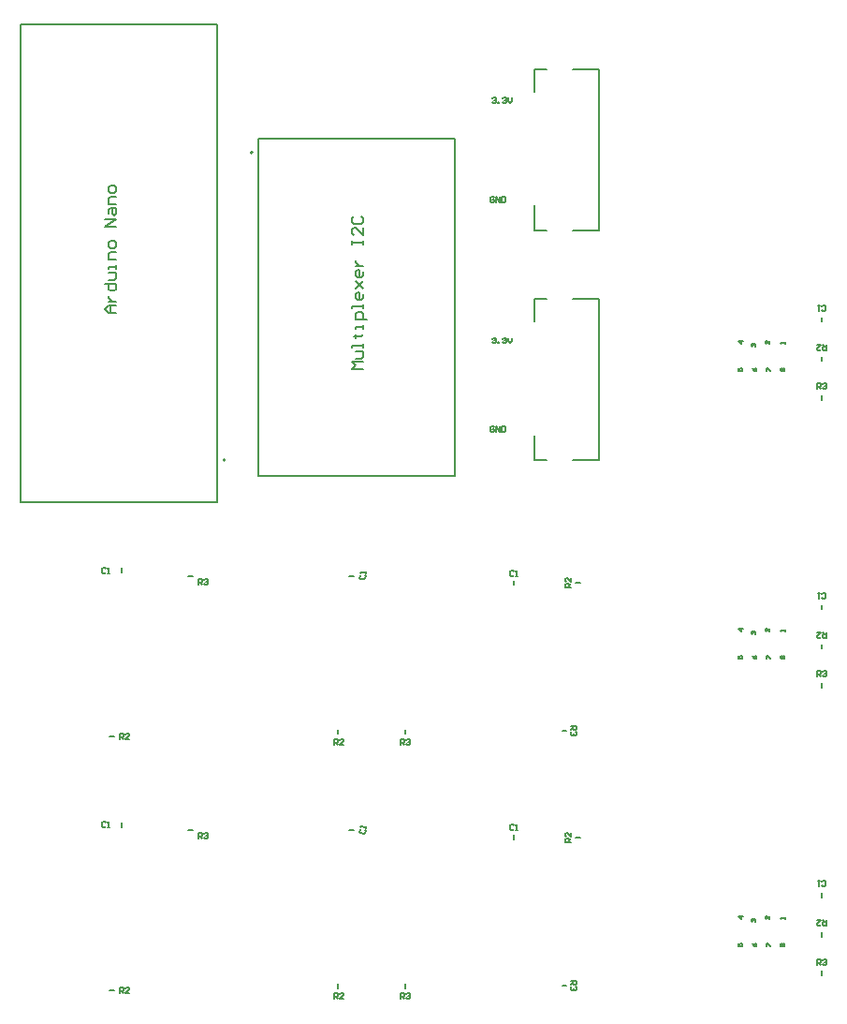
<source format=gbr>
%TF.GenerationSoftware,Altium Limited,Altium Designer,24.3.1 (35)*%
G04 Layer_Color=65535*
%FSLAX45Y45*%
%MOMM*%
%TF.SameCoordinates,065391E9-2A1D-4ECE-AA0D-878B158C5FC5*%
%TF.FilePolarity,Positive*%
%TF.FileFunction,Legend,Top*%
%TF.Part,CustomerPanel*%
G01*
G75*
%TA.AperFunction,NonConductor*%
%ADD29C,0.20000*%
%ADD30C,0.12700*%
%ADD31C,0.15000*%
D29*
X1899800Y4996000D02*
G03*
X1899800Y4996000I-10000J0D01*
G01*
X2146100Y7776600D02*
G03*
X2146100Y7776600I-10000J0D01*
G01*
X3144823Y5815156D02*
X3044855D01*
X3078177Y5848479D01*
X3044855Y5881801D01*
X3144823D01*
X3078177Y5915124D02*
X3128161D01*
X3144823Y5931785D01*
Y5981769D01*
X3078177D01*
X3144823Y6015092D02*
Y6048414D01*
Y6031753D01*
X3044855D01*
Y6015092D01*
X3061516Y6115060D02*
X3078177D01*
Y6098398D01*
Y6131721D01*
Y6115060D01*
X3128161D01*
X3144823Y6131721D01*
Y6181705D02*
Y6215027D01*
Y6198366D01*
X3078177D01*
Y6181705D01*
X3178145Y6265011D02*
X3078177D01*
Y6314995D01*
X3094839Y6331656D01*
X3128161D01*
X3144823Y6314995D01*
Y6265011D01*
Y6364979D02*
Y6398301D01*
Y6381640D01*
X3044855D01*
Y6364979D01*
X3144823Y6498269D02*
Y6464947D01*
X3128161Y6448285D01*
X3094839D01*
X3078177Y6464947D01*
Y6498269D01*
X3094839Y6514930D01*
X3111500D01*
Y6448285D01*
X3078177Y6548253D02*
X3144823Y6614898D01*
X3111500Y6581576D01*
X3078177Y6614898D01*
X3144823Y6548253D01*
Y6698205D02*
Y6664882D01*
X3128161Y6648221D01*
X3094839D01*
X3078177Y6664882D01*
Y6698205D01*
X3094839Y6714866D01*
X3111500D01*
Y6648221D01*
X3078177Y6748189D02*
X3144823D01*
X3111500D01*
X3094839Y6764850D01*
X3078177Y6781511D01*
Y6798173D01*
X3044855Y6948124D02*
Y6981447D01*
Y6964786D01*
X3144823D01*
Y6948124D01*
Y6981447D01*
Y7098076D02*
Y7031431D01*
X3078177Y7098076D01*
X3061516D01*
X3044855Y7081415D01*
Y7048092D01*
X3061516Y7031431D01*
Y7198044D02*
X3044855Y7181382D01*
Y7148060D01*
X3061516Y7131398D01*
X3128161D01*
X3144823Y7148060D01*
Y7181382D01*
X3128161Y7198044D01*
X913584Y6325485D02*
X846939D01*
X813616Y6358807D01*
X846939Y6392130D01*
X913584D01*
X863600D01*
Y6325485D01*
X846939Y6425453D02*
X913584D01*
X880261D01*
X863600Y6442114D01*
X846939Y6458775D01*
Y6475437D01*
X813616Y6592066D02*
X913584D01*
Y6542082D01*
X896922Y6525421D01*
X863600D01*
X846939Y6542082D01*
Y6592066D01*
Y6625388D02*
X896922D01*
X913584Y6642050D01*
Y6692033D01*
X846939D01*
X913584Y6725356D02*
Y6758679D01*
Y6742018D01*
X846939D01*
Y6725356D01*
X913584Y6808663D02*
X846939D01*
Y6858646D01*
X863600Y6875308D01*
X913584D01*
Y6925292D02*
Y6958614D01*
X896922Y6975275D01*
X863600D01*
X846939Y6958614D01*
Y6925292D01*
X863600Y6908630D01*
X896922D01*
X913584Y6925292D01*
Y7108566D02*
X813616D01*
X913584Y7175211D01*
X813616D01*
X846939Y7225195D02*
Y7258518D01*
X863600Y7275179D01*
X913584D01*
Y7225195D01*
X896922Y7208534D01*
X880261Y7225195D01*
Y7275179D01*
X913584Y7308502D02*
X846939D01*
Y7358485D01*
X863600Y7375147D01*
X913584D01*
Y7425131D02*
Y7458453D01*
X896922Y7475114D01*
X863600D01*
X846939Y7458453D01*
Y7425131D01*
X863600Y7408469D01*
X896922D01*
X913584Y7425131D01*
D30*
X50800Y4615001D02*
X1828800D01*
X50800D02*
Y8933001D01*
X1828800D01*
Y4615001D02*
Y8933001D01*
X2197100Y4855600D02*
Y7903600D01*
Y4855600D02*
X3975100D01*
Y7903600D01*
X2197100D02*
X3975100D01*
X5047600Y8530001D02*
X5277602D01*
X5047600Y7069999D02*
X5277602D01*
X4697598Y8530001D02*
X4807600D01*
X4697598Y7069999D02*
X4807600D01*
X4697598Y8321000D02*
Y8530001D01*
Y7069999D02*
Y7295998D01*
X5277399Y7069902D02*
Y7071802D01*
X5277602Y7069999D02*
Y8530001D01*
Y4995000D02*
Y6455002D01*
X5277399Y4994904D02*
Y4996804D01*
X4697598Y4995000D02*
Y5220999D01*
Y6246001D02*
Y6455002D01*
Y4995000D02*
X4807600D01*
X4697598Y6455002D02*
X4807600D01*
X5047600Y4995000D02*
X5277602D01*
X5047600Y6455002D02*
X5277602D01*
X1659481Y1574808D02*
Y1625592D01*
X1684872D01*
X1693336Y1617128D01*
Y1600200D01*
X1684872Y1591736D01*
X1659481D01*
X1676408D02*
X1693336Y1574808D01*
X1710264Y1617128D02*
X1718728Y1625592D01*
X1735656D01*
X1744120Y1617128D01*
Y1608664D01*
X1735656Y1600200D01*
X1727192D01*
X1735656D01*
X1744120Y1591736D01*
Y1583272D01*
X1735656Y1574808D01*
X1718728D01*
X1710264Y1583272D01*
X948281Y177808D02*
Y228592D01*
X973672D01*
X982136Y220128D01*
Y203200D01*
X973672Y194736D01*
X948281D01*
X965208D02*
X982136Y177808D01*
X1032920D02*
X999064D01*
X1032920Y211664D01*
Y220128D01*
X1024456Y228592D01*
X1007528D01*
X999064Y220128D01*
X818598Y1716228D02*
X810134Y1724692D01*
X793206D01*
X784742Y1716228D01*
Y1682372D01*
X793206Y1673908D01*
X810134D01*
X818598Y1682372D01*
X835525Y1673908D02*
X852453D01*
X843989D01*
Y1724692D01*
X835525Y1716228D01*
X1659481Y3874808D02*
Y3925592D01*
X1684872D01*
X1693336Y3917128D01*
Y3900200D01*
X1684872Y3891736D01*
X1659481D01*
X1676408D02*
X1693336Y3874808D01*
X1710264Y3917128D02*
X1718728Y3925592D01*
X1735656D01*
X1744120Y3917128D01*
Y3908664D01*
X1735656Y3900200D01*
X1727192D01*
X1735656D01*
X1744120Y3891736D01*
Y3883272D01*
X1735656Y3874808D01*
X1718728D01*
X1710264Y3883272D01*
X948281Y2477808D02*
Y2528592D01*
X973672D01*
X982136Y2520128D01*
Y2503200D01*
X973672Y2494736D01*
X948281D01*
X965208D02*
X982136Y2477808D01*
X1032920D02*
X999064D01*
X1032920Y2511664D01*
Y2520128D01*
X1024456Y2528592D01*
X1007528D01*
X999064Y2520128D01*
X818598Y4016228D02*
X810134Y4024692D01*
X793206D01*
X784742Y4016228D01*
Y3982372D01*
X793206Y3973908D01*
X810134D01*
X818598Y3982372D01*
X835525Y3973908D02*
X852453D01*
X843989D01*
Y4024692D01*
X835525Y4016228D01*
X3481681Y127008D02*
Y177792D01*
X3507072D01*
X3515536Y169328D01*
Y152400D01*
X3507072Y143936D01*
X3481681D01*
X3498608D02*
X3515536Y127008D01*
X3532464Y169328D02*
X3540928Y177792D01*
X3557856D01*
X3566320Y169328D01*
Y160864D01*
X3557856Y152400D01*
X3549392D01*
X3557856D01*
X3566320Y143936D01*
Y135472D01*
X3557856Y127008D01*
X3540928D01*
X3532464Y135472D01*
X2884860Y126876D02*
X2884701Y177659D01*
X2910093Y177739D01*
X2918583Y169301D01*
X2918636Y152374D01*
X2910199Y143883D01*
X2884807Y143804D01*
X2901735Y143857D02*
X2918716Y126982D01*
X2969499Y127141D02*
X2935644Y127035D01*
X2969393Y160997D01*
X2969367Y169460D01*
X2960876Y177898D01*
X2943949Y177845D01*
X2935511Y169355D01*
X3126076Y1657179D02*
X3117425Y1648908D01*
X3117046Y1631984D01*
X3125318Y1623332D01*
X3159165Y1622574D01*
X3167816Y1630846D01*
X3168196Y1647769D01*
X3159923Y1656421D01*
X3168765Y1673155D02*
X3169144Y1690078D01*
X3168954Y1681616D01*
X3118184Y1682755D01*
X3126456Y1674103D01*
X3481681Y2427008D02*
Y2477792D01*
X3507072D01*
X3515536Y2469328D01*
Y2452400D01*
X3507072Y2443936D01*
X3481681D01*
X3498608D02*
X3515536Y2427008D01*
X3532464Y2469328D02*
X3540928Y2477792D01*
X3557856D01*
X3566320Y2469328D01*
Y2460864D01*
X3557856Y2452400D01*
X3549392D01*
X3557856D01*
X3566320Y2443936D01*
Y2435472D01*
X3557856Y2427008D01*
X3540928D01*
X3532464Y2435472D01*
X2884860Y2426876D02*
X2884701Y2477659D01*
X2910093Y2477739D01*
X2918583Y2469301D01*
X2918636Y2452374D01*
X2910199Y2443883D01*
X2884807Y2443804D01*
X2901735Y2443857D02*
X2918716Y2426982D01*
X2969499Y2427141D02*
X2935644Y2427035D01*
X2969393Y2460997D01*
X2969367Y2469460D01*
X2960876Y2477898D01*
X2943949Y2477845D01*
X2935511Y2469354D01*
X3126076Y3957179D02*
X3117425Y3948908D01*
X3117046Y3931984D01*
X3125318Y3923332D01*
X3159165Y3922574D01*
X3167816Y3930846D01*
X3168196Y3947769D01*
X3159923Y3956421D01*
X3168765Y3973155D02*
X3169144Y3990078D01*
X3168954Y3981616D01*
X3118184Y3982755D01*
X3126456Y3974103D01*
X6541725Y625394D02*
Y600002D01*
X6560769D01*
X6554421Y612698D01*
Y619046D01*
X6560769Y625394D01*
X6573465D01*
X6579813Y619046D01*
Y606350D01*
X6573465Y600002D01*
X6668725Y625394D02*
X6675073Y612698D01*
X6687769Y600002D01*
X6700465D01*
X6706813Y606350D01*
Y619046D01*
X6700465Y625394D01*
X6694117D01*
X6687769Y619046D01*
Y600002D01*
X6795725D02*
Y625394D01*
X6802073D01*
X6827465Y600002D01*
X6833813D01*
X6929073D02*
X6922725Y606350D01*
Y619046D01*
X6929073Y625394D01*
X6935421D01*
X6941769Y619046D01*
X6948117Y625394D01*
X6954465D01*
X6960813Y619046D01*
Y606350D01*
X6954465Y600002D01*
X6948117D01*
X6941769Y606350D01*
X6935421Y600002D01*
X6929073D01*
X6941769Y606350D02*
Y619046D01*
X6965200Y850900D02*
Y863596D01*
Y857248D01*
X6927112D01*
X6933460Y850900D01*
X6825500Y876292D02*
Y850900D01*
X6800108Y876292D01*
X6793760D01*
X6787412Y869944D01*
Y857248D01*
X6793760Y850900D01*
X6666760Y825500D02*
X6660412Y831848D01*
Y844544D01*
X6666760Y850892D01*
X6673108D01*
X6679456Y844544D01*
Y838196D01*
Y844544D01*
X6685804Y850892D01*
X6692152D01*
X6698500Y844544D01*
Y831848D01*
X6692152Y825500D01*
X6584200Y869944D02*
X6546112D01*
X6565156Y850900D01*
Y876292D01*
X7295400Y1151472D02*
X7303864Y1143008D01*
X7320792D01*
X7329256Y1151472D01*
Y1185328D01*
X7320792Y1193792D01*
X7303864D01*
X7295400Y1185328D01*
X7278472Y1193792D02*
X7261544D01*
X7270008D01*
Y1143008D01*
X7278472Y1151472D01*
X7253080Y437408D02*
Y488192D01*
X7278472D01*
X7286936Y479728D01*
Y462800D01*
X7278472Y454336D01*
X7253080D01*
X7270008D02*
X7286936Y437408D01*
X7303864Y479728D02*
X7312328Y488192D01*
X7329256D01*
X7337720Y479728D01*
Y471264D01*
X7329256Y462800D01*
X7320792D01*
X7329256D01*
X7337720Y454336D01*
Y445872D01*
X7329256Y437408D01*
X7312328D01*
X7303864Y445872D01*
X7337944Y837813D02*
X7337491Y787031D01*
X7312100Y787258D01*
X7303712Y795797D01*
X7303863Y812724D01*
X7312402Y821112D01*
X7337793Y820886D01*
X7320866Y821037D02*
X7304090Y838115D01*
X7253309Y838569D02*
X7287163Y838266D01*
X7253006Y804714D01*
X7252931Y796251D01*
X7261318Y787712D01*
X7278246Y787561D01*
X7286785Y795948D01*
X6541725Y3225394D02*
Y3200002D01*
X6560769D01*
X6554421Y3212698D01*
Y3219046D01*
X6560769Y3225394D01*
X6573465D01*
X6579813Y3219046D01*
Y3206350D01*
X6573465Y3200002D01*
X6668725Y3225394D02*
X6675073Y3212698D01*
X6687769Y3200002D01*
X6700465D01*
X6706813Y3206350D01*
Y3219046D01*
X6700465Y3225394D01*
X6694117D01*
X6687769Y3219046D01*
Y3200002D01*
X6795725D02*
Y3225394D01*
X6802073D01*
X6827465Y3200002D01*
X6833813D01*
X6929073D02*
X6922725Y3206350D01*
Y3219046D01*
X6929073Y3225394D01*
X6935421D01*
X6941769Y3219046D01*
X6948117Y3225394D01*
X6954465D01*
X6960813Y3219046D01*
Y3206350D01*
X6954465Y3200002D01*
X6948117D01*
X6941769Y3206350D01*
X6935421Y3200002D01*
X6929073D01*
X6941769Y3206350D02*
Y3219046D01*
X6965200Y3450900D02*
Y3463596D01*
Y3457248D01*
X6927112D01*
X6933460Y3450900D01*
X6825500Y3476292D02*
Y3450900D01*
X6800108Y3476292D01*
X6793760D01*
X6787412Y3469944D01*
Y3457248D01*
X6793760Y3450900D01*
X6666760Y3425500D02*
X6660412Y3431848D01*
Y3444544D01*
X6666760Y3450892D01*
X6673108D01*
X6679456Y3444544D01*
Y3438196D01*
Y3444544D01*
X6685804Y3450892D01*
X6692152D01*
X6698500Y3444544D01*
Y3431848D01*
X6692152Y3425500D01*
X6584200Y3469944D02*
X6546112D01*
X6565156Y3450900D01*
Y3476292D01*
X7295400Y3751472D02*
X7303864Y3743008D01*
X7320792D01*
X7329256Y3751472D01*
Y3785328D01*
X7320792Y3793792D01*
X7303864D01*
X7295400Y3785328D01*
X7278472Y3793792D02*
X7261544D01*
X7270008D01*
Y3743008D01*
X7278472Y3751472D01*
X7253080Y3037408D02*
Y3088192D01*
X7278472D01*
X7286936Y3079728D01*
Y3062800D01*
X7278472Y3054336D01*
X7253080D01*
X7270008D02*
X7286936Y3037408D01*
X7303864Y3079728D02*
X7312328Y3088192D01*
X7329256D01*
X7337720Y3079728D01*
Y3071264D01*
X7329256Y3062800D01*
X7320792D01*
X7329256D01*
X7337720Y3054336D01*
Y3045872D01*
X7329256Y3037408D01*
X7312328D01*
X7303864Y3045872D01*
X7337944Y3437813D02*
X7337491Y3387031D01*
X7312100Y3387258D01*
X7303712Y3395797D01*
X7303863Y3412724D01*
X7312402Y3421113D01*
X7337793Y3420886D01*
X7320866Y3421037D02*
X7304090Y3438115D01*
X7253309Y3438569D02*
X7287163Y3438266D01*
X7253006Y3404715D01*
X7252931Y3396251D01*
X7261318Y3387712D01*
X7278246Y3387561D01*
X7286785Y3395949D01*
X6541725Y5825394D02*
Y5800002D01*
X6560769D01*
X6554421Y5812698D01*
Y5819046D01*
X6560769Y5825394D01*
X6573465D01*
X6579813Y5819046D01*
Y5806350D01*
X6573465Y5800002D01*
X6668725Y5825394D02*
X6675073Y5812698D01*
X6687769Y5800002D01*
X6700465D01*
X6706813Y5806350D01*
Y5819046D01*
X6700465Y5825394D01*
X6694117D01*
X6687769Y5819046D01*
Y5800002D01*
X6795725D02*
Y5825394D01*
X6802073D01*
X6827465Y5800002D01*
X6833813D01*
X6929073D02*
X6922725Y5806350D01*
Y5819046D01*
X6929073Y5825394D01*
X6935421D01*
X6941769Y5819046D01*
X6948117Y5825394D01*
X6954465D01*
X6960813Y5819046D01*
Y5806350D01*
X6954465Y5800002D01*
X6948117D01*
X6941769Y5806350D01*
X6935421Y5800002D01*
X6929073D01*
X6941769Y5806350D02*
Y5819046D01*
X6965200Y6050900D02*
Y6063596D01*
Y6057248D01*
X6927112D01*
X6933460Y6050900D01*
X6825500Y6076292D02*
Y6050900D01*
X6800108Y6076292D01*
X6793760D01*
X6787412Y6069944D01*
Y6057248D01*
X6793760Y6050900D01*
X6666760Y6025500D02*
X6660412Y6031848D01*
Y6044544D01*
X6666760Y6050892D01*
X6673108D01*
X6679456Y6044544D01*
Y6038196D01*
Y6044544D01*
X6685804Y6050892D01*
X6692152D01*
X6698500Y6044544D01*
Y6031848D01*
X6692152Y6025500D01*
X6584200Y6069944D02*
X6546112D01*
X6565156Y6050900D01*
Y6076292D01*
X7295400Y6351472D02*
X7303864Y6343008D01*
X7320792D01*
X7329256Y6351472D01*
Y6385328D01*
X7320792Y6393792D01*
X7303864D01*
X7295400Y6385328D01*
X7278472Y6393792D02*
X7261544D01*
X7270008D01*
Y6343008D01*
X7278472Y6351472D01*
X7253080Y5637409D02*
Y5688192D01*
X7278472D01*
X7286936Y5679728D01*
Y5662800D01*
X7278472Y5654336D01*
X7253080D01*
X7270008D02*
X7286936Y5637409D01*
X7303864Y5679728D02*
X7312328Y5688192D01*
X7329256D01*
X7337720Y5679728D01*
Y5671264D01*
X7329256Y5662800D01*
X7320792D01*
X7329256D01*
X7337720Y5654336D01*
Y5645873D01*
X7329256Y5637409D01*
X7312328D01*
X7303864Y5645873D01*
X7337944Y6037813D02*
X7337491Y5987031D01*
X7312100Y5987258D01*
X7303712Y5995797D01*
X7303863Y6012725D01*
X7312402Y6021113D01*
X7337793Y6020886D01*
X7320866Y6021037D02*
X7304090Y6038115D01*
X7253309Y6038569D02*
X7287163Y6038267D01*
X7253006Y6004715D01*
X7252931Y5996251D01*
X7261318Y5987712D01*
X7278246Y5987561D01*
X7286785Y5995949D01*
X5030108Y290518D02*
X5080892D01*
Y265126D01*
X5072428Y256662D01*
X5055500D01*
X5047036Y265126D01*
Y290518D01*
Y273590D02*
X5030108Y256662D01*
X5072428Y239735D02*
X5080892Y231271D01*
Y214343D01*
X5072428Y205879D01*
X5063964D01*
X5055500Y214343D01*
Y222807D01*
Y214343D01*
X5047036Y205879D01*
X5038572D01*
X5030108Y214343D01*
Y231271D01*
X5038572Y239735D01*
X5028691Y1545181D02*
X4977908D01*
Y1570572D01*
X4986372Y1579036D01*
X5003300D01*
X5011764Y1570572D01*
Y1545181D01*
Y1562108D02*
X5028691Y1579036D01*
Y1629820D02*
Y1595964D01*
X4994836Y1629820D01*
X4986372D01*
X4977908Y1621356D01*
Y1604428D01*
X4986372Y1595964D01*
X4508000Y1693328D02*
X4499536Y1701792D01*
X4482608D01*
X4474144Y1693328D01*
Y1659472D01*
X4482608Y1651008D01*
X4499536D01*
X4508000Y1659472D01*
X4524928Y1651008D02*
X4541856D01*
X4533392D01*
Y1701792D01*
X4524928Y1693328D01*
X5030108Y2590518D02*
X5080892D01*
Y2565126D01*
X5072428Y2556662D01*
X5055500D01*
X5047036Y2565126D01*
Y2590518D01*
Y2573590D02*
X5030108Y2556662D01*
X5072428Y2539735D02*
X5080892Y2531271D01*
Y2514343D01*
X5072428Y2505879D01*
X5063964D01*
X5055500Y2514343D01*
Y2522807D01*
Y2514343D01*
X5047036Y2505879D01*
X5038572D01*
X5030108Y2514343D01*
Y2531271D01*
X5038572Y2539735D01*
X5028691Y3845181D02*
X4977908D01*
Y3870572D01*
X4986372Y3879036D01*
X5003300D01*
X5011764Y3870572D01*
Y3845181D01*
Y3862108D02*
X5028691Y3879036D01*
Y3929820D02*
Y3895964D01*
X4994836Y3929820D01*
X4986372D01*
X4977908Y3921356D01*
Y3904428D01*
X4986372Y3895964D01*
X4508000Y3993328D02*
X4499536Y4001792D01*
X4482608D01*
X4474144Y3993328D01*
Y3959472D01*
X4482608Y3951008D01*
X4499536D01*
X4508000Y3959472D01*
X4524928Y3951008D02*
X4541856D01*
X4533392D01*
Y4001792D01*
X4524928Y3993328D01*
D31*
X4315000Y8266653D02*
X4323330Y8274983D01*
X4339992D01*
X4348322Y8266653D01*
Y8258322D01*
X4339992Y8249991D01*
X4331661D01*
X4339992D01*
X4348322Y8241661D01*
Y8233330D01*
X4339992Y8225000D01*
X4323330D01*
X4315000Y8233330D01*
X4364983Y8225000D02*
Y8233330D01*
X4373314D01*
Y8225000D01*
X4364983D01*
X4406637Y8266653D02*
X4414967Y8274983D01*
X4431628D01*
X4439959Y8266653D01*
Y8258322D01*
X4431628Y8249991D01*
X4423298D01*
X4431628D01*
X4439959Y8241661D01*
Y8233330D01*
X4431628Y8225000D01*
X4414967D01*
X4406637Y8233330D01*
X4456620Y8274983D02*
Y8241661D01*
X4473281Y8225000D01*
X4489943Y8241661D01*
Y8274983D01*
X4315000Y6093353D02*
X4323330Y6101683D01*
X4339992D01*
X4348322Y6093353D01*
Y6085022D01*
X4339992Y6076691D01*
X4331661D01*
X4339992D01*
X4348322Y6068361D01*
Y6060030D01*
X4339992Y6051700D01*
X4323330D01*
X4315000Y6060030D01*
X4364983Y6051700D02*
Y6060030D01*
X4373314D01*
Y6051700D01*
X4364983D01*
X4406637Y6093353D02*
X4414967Y6101683D01*
X4431628D01*
X4439959Y6093353D01*
Y6085022D01*
X4431628Y6076691D01*
X4423298D01*
X4431628D01*
X4439959Y6068361D01*
Y6060030D01*
X4431628Y6051700D01*
X4414967D01*
X4406637Y6060030D01*
X4456620Y6101683D02*
Y6068361D01*
X4473281Y6051700D01*
X4489943Y6068361D01*
Y6101683D01*
X4333323Y7366653D02*
X4324992Y7374983D01*
X4308331D01*
X4300000Y7366653D01*
Y7333331D01*
X4308331Y7325000D01*
X4324992D01*
X4333323Y7333331D01*
Y7349992D01*
X4316661D01*
X4349984Y7325000D02*
Y7374983D01*
X4383306Y7325000D01*
Y7374983D01*
X4399967D02*
Y7325000D01*
X4424959D01*
X4433290Y7333331D01*
Y7366653D01*
X4424959Y7374983D01*
X4399967D01*
X4333323Y5290953D02*
X4324992Y5299284D01*
X4308331D01*
X4300000Y5290953D01*
Y5257631D01*
X4308331Y5249300D01*
X4324992D01*
X4333323Y5257631D01*
Y5274292D01*
X4316661D01*
X4349984Y5249300D02*
Y5299284D01*
X4383306Y5249300D01*
Y5299284D01*
X4399967D02*
Y5249300D01*
X4424959D01*
X4433290Y5257631D01*
Y5290953D01*
X4424959Y5299284D01*
X4399967D01*
X856300Y203200D02*
X896300D01*
X1567498Y1650998D02*
X1607498D01*
X965200Y1679300D02*
Y1719300D01*
X856300Y2503200D02*
X896300D01*
X1567498Y3950998D02*
X1607498D01*
X965200Y3979300D02*
Y4019300D01*
X3530000Y221300D02*
Y261300D01*
X3021400Y1651000D02*
X3061400D01*
X2920200Y221300D02*
Y261300D01*
X3530000Y2521300D02*
Y2561300D01*
X3021400Y3951000D02*
X3061400D01*
X2920200Y2521300D02*
Y2561300D01*
X7295400Y1046800D02*
Y1086800D01*
Y341200D02*
Y381200D01*
Y691200D02*
Y731200D01*
Y3646800D02*
Y3686800D01*
Y2941200D02*
Y2981200D01*
Y3291200D02*
Y3331200D01*
Y6246800D02*
Y6286800D01*
Y5541200D02*
Y5581200D01*
Y5891200D02*
Y5931200D01*
X5072200Y1587500D02*
X5112200D01*
X4946600Y248199D02*
X4986600D01*
X4508000Y1567500D02*
Y1607500D01*
X5072200Y3887500D02*
X5112200D01*
X4946600Y2548199D02*
X4986600D01*
X4508000Y3867500D02*
Y3907500D01*
%TF.MD5,1df4011005bd04a1494ae279c56b77e4*%
M02*

</source>
